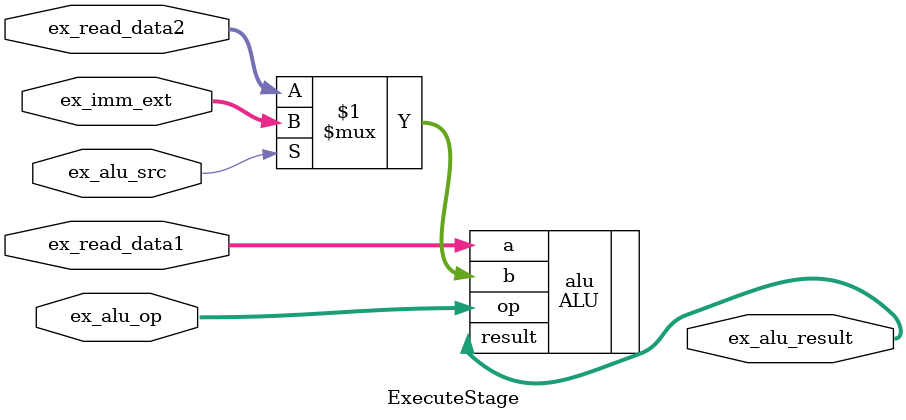
<source format=v>
module ExecuteStage (
    input [31:0] ex_read_data1,
    input [31:0] ex_read_data2,
    input [31:0] ex_imm_ext,
    input ex_alu_src,
    input [1:0] ex_alu_op,
    output [31:0] ex_alu_result
);
    ALU alu (
        .a(ex_read_data1),
        .b(ex_alu_src ? ex_imm_ext : ex_read_data2),
        .op(ex_alu_op),
        .result(ex_alu_result)
    );
endmodule
</source>
